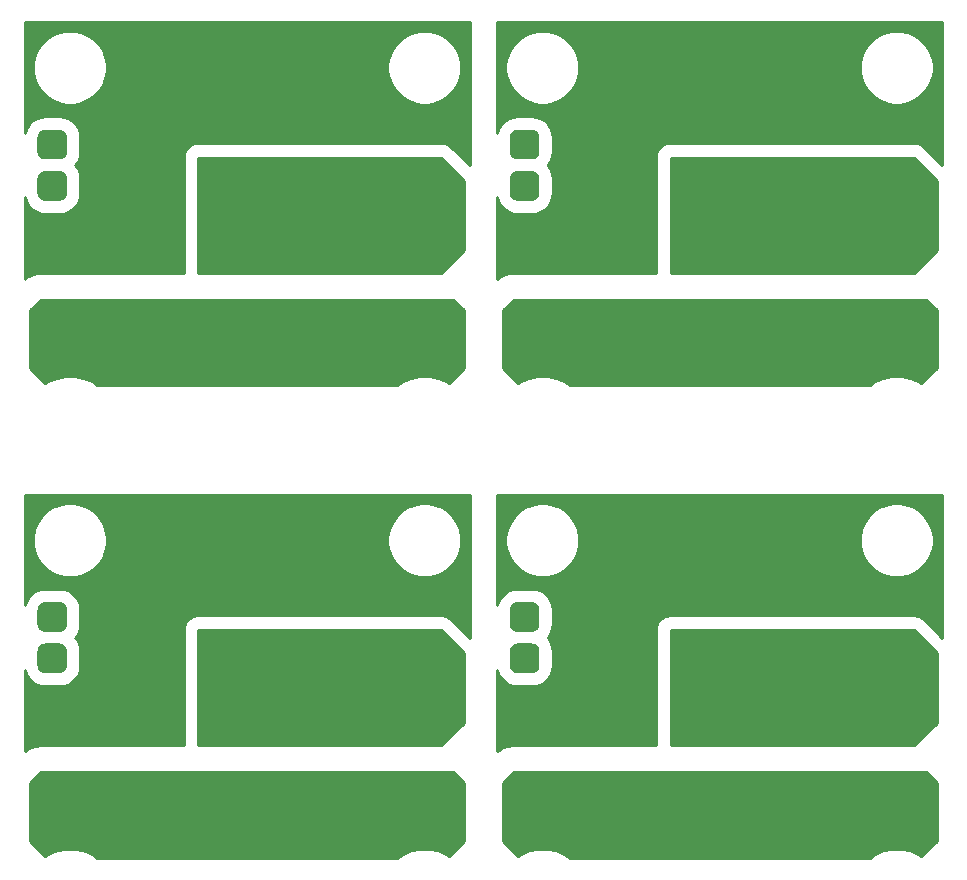
<source format=gbr>
G04 #@! TF.GenerationSoftware,KiCad,Pcbnew,(5.1.5)-3*
G04 #@! TF.CreationDate,2019-12-17T16:33:14+01:00*
G04 #@! TF.ProjectId,Copper,436f7070-6572-42e6-9b69-6361645f7063,rev?*
G04 #@! TF.SameCoordinates,Original*
G04 #@! TF.FileFunction,Copper,L2,Bot*
G04 #@! TF.FilePolarity,Positive*
%FSLAX46Y46*%
G04 Gerber Fmt 4.6, Leading zero omitted, Abs format (unit mm)*
G04 Created by KiCad (PCBNEW (5.1.5)-3) date 2019-12-17 16:33:14*
%MOMM*%
%LPD*%
G04 APERTURE LIST*
%ADD10C,1.500000*%
%ADD11C,0.100000*%
%ADD12O,3.500000X2.000000*%
%ADD13C,0.800000*%
%ADD14C,0.600000*%
%ADD15C,0.254000*%
G04 APERTURE END LIST*
D10*
X122000000Y-108500000D03*
X122000000Y-105000000D03*
G04 #@! TA.AperFunction,SMDPad,CuDef*
D11*
G36*
X122686261Y-103753010D02*
G01*
X122746931Y-103762009D01*
X122806428Y-103776912D01*
X122864177Y-103797575D01*
X122919623Y-103823799D01*
X122972231Y-103855331D01*
X123021496Y-103891868D01*
X123066942Y-103933058D01*
X123108132Y-103978504D01*
X123144669Y-104027769D01*
X123176201Y-104080377D01*
X123202425Y-104135823D01*
X123223088Y-104193572D01*
X123237991Y-104253069D01*
X123246990Y-104313739D01*
X123250000Y-104375000D01*
X123250000Y-105625000D01*
X123246990Y-105686261D01*
X123237991Y-105746931D01*
X123223088Y-105806428D01*
X123202425Y-105864177D01*
X123176201Y-105919623D01*
X123144669Y-105972231D01*
X123108132Y-106021496D01*
X123066942Y-106066942D01*
X123021496Y-106108132D01*
X122972231Y-106144669D01*
X122919623Y-106176201D01*
X122864177Y-106202425D01*
X122806428Y-106223088D01*
X122746931Y-106237991D01*
X122686261Y-106246990D01*
X122625000Y-106250000D01*
X121375000Y-106250000D01*
X121313739Y-106246990D01*
X121253069Y-106237991D01*
X121193572Y-106223088D01*
X121135823Y-106202425D01*
X121080377Y-106176201D01*
X121027769Y-106144669D01*
X120978504Y-106108132D01*
X120933058Y-106066942D01*
X120891868Y-106021496D01*
X120855331Y-105972231D01*
X120823799Y-105919623D01*
X120797575Y-105864177D01*
X120776912Y-105806428D01*
X120762009Y-105746931D01*
X120753010Y-105686261D01*
X120750000Y-105625000D01*
X120750000Y-104375000D01*
X120753010Y-104313739D01*
X120762009Y-104253069D01*
X120776912Y-104193572D01*
X120797575Y-104135823D01*
X120823799Y-104080377D01*
X120855331Y-104027769D01*
X120891868Y-103978504D01*
X120933058Y-103933058D01*
X120978504Y-103891868D01*
X121027769Y-103855331D01*
X121080377Y-103823799D01*
X121135823Y-103797575D01*
X121193572Y-103776912D01*
X121253069Y-103762009D01*
X121313739Y-103753010D01*
X121375000Y-103750000D01*
X122625000Y-103750000D01*
X122686261Y-103753010D01*
G37*
G04 #@! TD.AperFunction*
G04 #@! TA.AperFunction,SMDPad,CuDef*
G36*
X122686261Y-107253010D02*
G01*
X122746931Y-107262009D01*
X122806428Y-107276912D01*
X122864177Y-107297575D01*
X122919623Y-107323799D01*
X122972231Y-107355331D01*
X123021496Y-107391868D01*
X123066942Y-107433058D01*
X123108132Y-107478504D01*
X123144669Y-107527769D01*
X123176201Y-107580377D01*
X123202425Y-107635823D01*
X123223088Y-107693572D01*
X123237991Y-107753069D01*
X123246990Y-107813739D01*
X123250000Y-107875000D01*
X123250000Y-109125000D01*
X123246990Y-109186261D01*
X123237991Y-109246931D01*
X123223088Y-109306428D01*
X123202425Y-109364177D01*
X123176201Y-109419623D01*
X123144669Y-109472231D01*
X123108132Y-109521496D01*
X123066942Y-109566942D01*
X123021496Y-109608132D01*
X122972231Y-109644669D01*
X122919623Y-109676201D01*
X122864177Y-109702425D01*
X122806428Y-109723088D01*
X122746931Y-109737991D01*
X122686261Y-109746990D01*
X122625000Y-109750000D01*
X121375000Y-109750000D01*
X121313739Y-109746990D01*
X121253069Y-109737991D01*
X121193572Y-109723088D01*
X121135823Y-109702425D01*
X121080377Y-109676201D01*
X121027769Y-109644669D01*
X120978504Y-109608132D01*
X120933058Y-109566942D01*
X120891868Y-109521496D01*
X120855331Y-109472231D01*
X120823799Y-109419623D01*
X120797575Y-109364177D01*
X120776912Y-109306428D01*
X120762009Y-109246931D01*
X120753010Y-109186261D01*
X120750000Y-109125000D01*
X120750000Y-107875000D01*
X120753010Y-107813739D01*
X120762009Y-107753069D01*
X120776912Y-107693572D01*
X120797575Y-107635823D01*
X120823799Y-107580377D01*
X120855331Y-107527769D01*
X120891868Y-107478504D01*
X120933058Y-107433058D01*
X120978504Y-107391868D01*
X121027769Y-107355331D01*
X121080377Y-107323799D01*
X121135823Y-107297575D01*
X121193572Y-107276912D01*
X121253069Y-107262009D01*
X121313739Y-107253010D01*
X121375000Y-107250000D01*
X122625000Y-107250000D01*
X122686261Y-107253010D01*
G37*
G04 #@! TD.AperFunction*
D12*
X124000000Y-120080000D03*
X124000000Y-115000000D03*
X153000000Y-115000000D03*
X153000000Y-120080000D03*
D10*
X82000000Y-108500000D03*
X82000000Y-105000000D03*
G04 #@! TA.AperFunction,SMDPad,CuDef*
D11*
G36*
X82686261Y-103753010D02*
G01*
X82746931Y-103762009D01*
X82806428Y-103776912D01*
X82864177Y-103797575D01*
X82919623Y-103823799D01*
X82972231Y-103855331D01*
X83021496Y-103891868D01*
X83066942Y-103933058D01*
X83108132Y-103978504D01*
X83144669Y-104027769D01*
X83176201Y-104080377D01*
X83202425Y-104135823D01*
X83223088Y-104193572D01*
X83237991Y-104253069D01*
X83246990Y-104313739D01*
X83250000Y-104375000D01*
X83250000Y-105625000D01*
X83246990Y-105686261D01*
X83237991Y-105746931D01*
X83223088Y-105806428D01*
X83202425Y-105864177D01*
X83176201Y-105919623D01*
X83144669Y-105972231D01*
X83108132Y-106021496D01*
X83066942Y-106066942D01*
X83021496Y-106108132D01*
X82972231Y-106144669D01*
X82919623Y-106176201D01*
X82864177Y-106202425D01*
X82806428Y-106223088D01*
X82746931Y-106237991D01*
X82686261Y-106246990D01*
X82625000Y-106250000D01*
X81375000Y-106250000D01*
X81313739Y-106246990D01*
X81253069Y-106237991D01*
X81193572Y-106223088D01*
X81135823Y-106202425D01*
X81080377Y-106176201D01*
X81027769Y-106144669D01*
X80978504Y-106108132D01*
X80933058Y-106066942D01*
X80891868Y-106021496D01*
X80855331Y-105972231D01*
X80823799Y-105919623D01*
X80797575Y-105864177D01*
X80776912Y-105806428D01*
X80762009Y-105746931D01*
X80753010Y-105686261D01*
X80750000Y-105625000D01*
X80750000Y-104375000D01*
X80753010Y-104313739D01*
X80762009Y-104253069D01*
X80776912Y-104193572D01*
X80797575Y-104135823D01*
X80823799Y-104080377D01*
X80855331Y-104027769D01*
X80891868Y-103978504D01*
X80933058Y-103933058D01*
X80978504Y-103891868D01*
X81027769Y-103855331D01*
X81080377Y-103823799D01*
X81135823Y-103797575D01*
X81193572Y-103776912D01*
X81253069Y-103762009D01*
X81313739Y-103753010D01*
X81375000Y-103750000D01*
X82625000Y-103750000D01*
X82686261Y-103753010D01*
G37*
G04 #@! TD.AperFunction*
G04 #@! TA.AperFunction,SMDPad,CuDef*
G36*
X82686261Y-107253010D02*
G01*
X82746931Y-107262009D01*
X82806428Y-107276912D01*
X82864177Y-107297575D01*
X82919623Y-107323799D01*
X82972231Y-107355331D01*
X83021496Y-107391868D01*
X83066942Y-107433058D01*
X83108132Y-107478504D01*
X83144669Y-107527769D01*
X83176201Y-107580377D01*
X83202425Y-107635823D01*
X83223088Y-107693572D01*
X83237991Y-107753069D01*
X83246990Y-107813739D01*
X83250000Y-107875000D01*
X83250000Y-109125000D01*
X83246990Y-109186261D01*
X83237991Y-109246931D01*
X83223088Y-109306428D01*
X83202425Y-109364177D01*
X83176201Y-109419623D01*
X83144669Y-109472231D01*
X83108132Y-109521496D01*
X83066942Y-109566942D01*
X83021496Y-109608132D01*
X82972231Y-109644669D01*
X82919623Y-109676201D01*
X82864177Y-109702425D01*
X82806428Y-109723088D01*
X82746931Y-109737991D01*
X82686261Y-109746990D01*
X82625000Y-109750000D01*
X81375000Y-109750000D01*
X81313739Y-109746990D01*
X81253069Y-109737991D01*
X81193572Y-109723088D01*
X81135823Y-109702425D01*
X81080377Y-109676201D01*
X81027769Y-109644669D01*
X80978504Y-109608132D01*
X80933058Y-109566942D01*
X80891868Y-109521496D01*
X80855331Y-109472231D01*
X80823799Y-109419623D01*
X80797575Y-109364177D01*
X80776912Y-109306428D01*
X80762009Y-109246931D01*
X80753010Y-109186261D01*
X80750000Y-109125000D01*
X80750000Y-107875000D01*
X80753010Y-107813739D01*
X80762009Y-107753069D01*
X80776912Y-107693572D01*
X80797575Y-107635823D01*
X80823799Y-107580377D01*
X80855331Y-107527769D01*
X80891868Y-107478504D01*
X80933058Y-107433058D01*
X80978504Y-107391868D01*
X81027769Y-107355331D01*
X81080377Y-107323799D01*
X81135823Y-107297575D01*
X81193572Y-107276912D01*
X81253069Y-107262009D01*
X81313739Y-107253010D01*
X81375000Y-107250000D01*
X82625000Y-107250000D01*
X82686261Y-107253010D01*
G37*
G04 #@! TD.AperFunction*
D12*
X84000000Y-120080000D03*
X84000000Y-115000000D03*
X113000000Y-115000000D03*
X113000000Y-120080000D03*
D10*
X122000000Y-148500000D03*
X122000000Y-145000000D03*
G04 #@! TA.AperFunction,SMDPad,CuDef*
D11*
G36*
X122686261Y-143753010D02*
G01*
X122746931Y-143762009D01*
X122806428Y-143776912D01*
X122864177Y-143797575D01*
X122919623Y-143823799D01*
X122972231Y-143855331D01*
X123021496Y-143891868D01*
X123066942Y-143933058D01*
X123108132Y-143978504D01*
X123144669Y-144027769D01*
X123176201Y-144080377D01*
X123202425Y-144135823D01*
X123223088Y-144193572D01*
X123237991Y-144253069D01*
X123246990Y-144313739D01*
X123250000Y-144375000D01*
X123250000Y-145625000D01*
X123246990Y-145686261D01*
X123237991Y-145746931D01*
X123223088Y-145806428D01*
X123202425Y-145864177D01*
X123176201Y-145919623D01*
X123144669Y-145972231D01*
X123108132Y-146021496D01*
X123066942Y-146066942D01*
X123021496Y-146108132D01*
X122972231Y-146144669D01*
X122919623Y-146176201D01*
X122864177Y-146202425D01*
X122806428Y-146223088D01*
X122746931Y-146237991D01*
X122686261Y-146246990D01*
X122625000Y-146250000D01*
X121375000Y-146250000D01*
X121313739Y-146246990D01*
X121253069Y-146237991D01*
X121193572Y-146223088D01*
X121135823Y-146202425D01*
X121080377Y-146176201D01*
X121027769Y-146144669D01*
X120978504Y-146108132D01*
X120933058Y-146066942D01*
X120891868Y-146021496D01*
X120855331Y-145972231D01*
X120823799Y-145919623D01*
X120797575Y-145864177D01*
X120776912Y-145806428D01*
X120762009Y-145746931D01*
X120753010Y-145686261D01*
X120750000Y-145625000D01*
X120750000Y-144375000D01*
X120753010Y-144313739D01*
X120762009Y-144253069D01*
X120776912Y-144193572D01*
X120797575Y-144135823D01*
X120823799Y-144080377D01*
X120855331Y-144027769D01*
X120891868Y-143978504D01*
X120933058Y-143933058D01*
X120978504Y-143891868D01*
X121027769Y-143855331D01*
X121080377Y-143823799D01*
X121135823Y-143797575D01*
X121193572Y-143776912D01*
X121253069Y-143762009D01*
X121313739Y-143753010D01*
X121375000Y-143750000D01*
X122625000Y-143750000D01*
X122686261Y-143753010D01*
G37*
G04 #@! TD.AperFunction*
G04 #@! TA.AperFunction,SMDPad,CuDef*
G36*
X122686261Y-147253010D02*
G01*
X122746931Y-147262009D01*
X122806428Y-147276912D01*
X122864177Y-147297575D01*
X122919623Y-147323799D01*
X122972231Y-147355331D01*
X123021496Y-147391868D01*
X123066942Y-147433058D01*
X123108132Y-147478504D01*
X123144669Y-147527769D01*
X123176201Y-147580377D01*
X123202425Y-147635823D01*
X123223088Y-147693572D01*
X123237991Y-147753069D01*
X123246990Y-147813739D01*
X123250000Y-147875000D01*
X123250000Y-149125000D01*
X123246990Y-149186261D01*
X123237991Y-149246931D01*
X123223088Y-149306428D01*
X123202425Y-149364177D01*
X123176201Y-149419623D01*
X123144669Y-149472231D01*
X123108132Y-149521496D01*
X123066942Y-149566942D01*
X123021496Y-149608132D01*
X122972231Y-149644669D01*
X122919623Y-149676201D01*
X122864177Y-149702425D01*
X122806428Y-149723088D01*
X122746931Y-149737991D01*
X122686261Y-149746990D01*
X122625000Y-149750000D01*
X121375000Y-149750000D01*
X121313739Y-149746990D01*
X121253069Y-149737991D01*
X121193572Y-149723088D01*
X121135823Y-149702425D01*
X121080377Y-149676201D01*
X121027769Y-149644669D01*
X120978504Y-149608132D01*
X120933058Y-149566942D01*
X120891868Y-149521496D01*
X120855331Y-149472231D01*
X120823799Y-149419623D01*
X120797575Y-149364177D01*
X120776912Y-149306428D01*
X120762009Y-149246931D01*
X120753010Y-149186261D01*
X120750000Y-149125000D01*
X120750000Y-147875000D01*
X120753010Y-147813739D01*
X120762009Y-147753069D01*
X120776912Y-147693572D01*
X120797575Y-147635823D01*
X120823799Y-147580377D01*
X120855331Y-147527769D01*
X120891868Y-147478504D01*
X120933058Y-147433058D01*
X120978504Y-147391868D01*
X121027769Y-147355331D01*
X121080377Y-147323799D01*
X121135823Y-147297575D01*
X121193572Y-147276912D01*
X121253069Y-147262009D01*
X121313739Y-147253010D01*
X121375000Y-147250000D01*
X122625000Y-147250000D01*
X122686261Y-147253010D01*
G37*
G04 #@! TD.AperFunction*
D12*
X124000000Y-160080000D03*
X124000000Y-155000000D03*
X153000000Y-155000000D03*
X153000000Y-160080000D03*
G04 #@! TA.AperFunction,SMDPad,CuDef*
D11*
G36*
X82686261Y-147253010D02*
G01*
X82746931Y-147262009D01*
X82806428Y-147276912D01*
X82864177Y-147297575D01*
X82919623Y-147323799D01*
X82972231Y-147355331D01*
X83021496Y-147391868D01*
X83066942Y-147433058D01*
X83108132Y-147478504D01*
X83144669Y-147527769D01*
X83176201Y-147580377D01*
X83202425Y-147635823D01*
X83223088Y-147693572D01*
X83237991Y-147753069D01*
X83246990Y-147813739D01*
X83250000Y-147875000D01*
X83250000Y-149125000D01*
X83246990Y-149186261D01*
X83237991Y-149246931D01*
X83223088Y-149306428D01*
X83202425Y-149364177D01*
X83176201Y-149419623D01*
X83144669Y-149472231D01*
X83108132Y-149521496D01*
X83066942Y-149566942D01*
X83021496Y-149608132D01*
X82972231Y-149644669D01*
X82919623Y-149676201D01*
X82864177Y-149702425D01*
X82806428Y-149723088D01*
X82746931Y-149737991D01*
X82686261Y-149746990D01*
X82625000Y-149750000D01*
X81375000Y-149750000D01*
X81313739Y-149746990D01*
X81253069Y-149737991D01*
X81193572Y-149723088D01*
X81135823Y-149702425D01*
X81080377Y-149676201D01*
X81027769Y-149644669D01*
X80978504Y-149608132D01*
X80933058Y-149566942D01*
X80891868Y-149521496D01*
X80855331Y-149472231D01*
X80823799Y-149419623D01*
X80797575Y-149364177D01*
X80776912Y-149306428D01*
X80762009Y-149246931D01*
X80753010Y-149186261D01*
X80750000Y-149125000D01*
X80750000Y-147875000D01*
X80753010Y-147813739D01*
X80762009Y-147753069D01*
X80776912Y-147693572D01*
X80797575Y-147635823D01*
X80823799Y-147580377D01*
X80855331Y-147527769D01*
X80891868Y-147478504D01*
X80933058Y-147433058D01*
X80978504Y-147391868D01*
X81027769Y-147355331D01*
X81080377Y-147323799D01*
X81135823Y-147297575D01*
X81193572Y-147276912D01*
X81253069Y-147262009D01*
X81313739Y-147253010D01*
X81375000Y-147250000D01*
X82625000Y-147250000D01*
X82686261Y-147253010D01*
G37*
G04 #@! TD.AperFunction*
G04 #@! TA.AperFunction,SMDPad,CuDef*
G36*
X82686261Y-143753010D02*
G01*
X82746931Y-143762009D01*
X82806428Y-143776912D01*
X82864177Y-143797575D01*
X82919623Y-143823799D01*
X82972231Y-143855331D01*
X83021496Y-143891868D01*
X83066942Y-143933058D01*
X83108132Y-143978504D01*
X83144669Y-144027769D01*
X83176201Y-144080377D01*
X83202425Y-144135823D01*
X83223088Y-144193572D01*
X83237991Y-144253069D01*
X83246990Y-144313739D01*
X83250000Y-144375000D01*
X83250000Y-145625000D01*
X83246990Y-145686261D01*
X83237991Y-145746931D01*
X83223088Y-145806428D01*
X83202425Y-145864177D01*
X83176201Y-145919623D01*
X83144669Y-145972231D01*
X83108132Y-146021496D01*
X83066942Y-146066942D01*
X83021496Y-146108132D01*
X82972231Y-146144669D01*
X82919623Y-146176201D01*
X82864177Y-146202425D01*
X82806428Y-146223088D01*
X82746931Y-146237991D01*
X82686261Y-146246990D01*
X82625000Y-146250000D01*
X81375000Y-146250000D01*
X81313739Y-146246990D01*
X81253069Y-146237991D01*
X81193572Y-146223088D01*
X81135823Y-146202425D01*
X81080377Y-146176201D01*
X81027769Y-146144669D01*
X80978504Y-146108132D01*
X80933058Y-146066942D01*
X80891868Y-146021496D01*
X80855331Y-145972231D01*
X80823799Y-145919623D01*
X80797575Y-145864177D01*
X80776912Y-145806428D01*
X80762009Y-145746931D01*
X80753010Y-145686261D01*
X80750000Y-145625000D01*
X80750000Y-144375000D01*
X80753010Y-144313739D01*
X80762009Y-144253069D01*
X80776912Y-144193572D01*
X80797575Y-144135823D01*
X80823799Y-144080377D01*
X80855331Y-144027769D01*
X80891868Y-143978504D01*
X80933058Y-143933058D01*
X80978504Y-143891868D01*
X81027769Y-143855331D01*
X81080377Y-143823799D01*
X81135823Y-143797575D01*
X81193572Y-143776912D01*
X81253069Y-143762009D01*
X81313739Y-143753010D01*
X81375000Y-143750000D01*
X82625000Y-143750000D01*
X82686261Y-143753010D01*
G37*
G04 #@! TD.AperFunction*
D10*
X82000000Y-145000000D03*
X82000000Y-148500000D03*
D12*
X84000000Y-155000000D03*
X84000000Y-160080000D03*
X113000000Y-160080000D03*
X113000000Y-155000000D03*
D13*
X145750000Y-141500000D03*
X145750000Y-142500000D03*
X146750000Y-143500000D03*
X146750000Y-142500000D03*
X146750000Y-141500000D03*
X139250000Y-140500000D03*
X135250000Y-143500000D03*
X139250000Y-142000000D03*
X135250000Y-142000000D03*
X135250000Y-140500000D03*
X134250000Y-140500000D03*
X145750000Y-143500000D03*
X134250000Y-142000000D03*
X134250000Y-143500000D03*
X139250000Y-143500000D03*
D14*
X147500000Y-136250000D03*
X146750000Y-136250000D03*
D13*
X139750000Y-153000000D03*
X141750000Y-153000000D03*
X143750000Y-151000000D03*
X143750000Y-153000000D03*
X135750000Y-155000000D03*
X135750000Y-151000000D03*
X137750000Y-151000000D03*
X139750000Y-151000000D03*
X141750000Y-151000000D03*
X135750000Y-153000000D03*
X137750000Y-153000000D03*
X141750000Y-155000000D03*
X137750000Y-155000000D03*
X139750000Y-155000000D03*
X143750000Y-155000000D03*
X105750000Y-101500000D03*
X105750000Y-102500000D03*
X106750000Y-103500000D03*
X106750000Y-102500000D03*
X106750000Y-101500000D03*
X99250000Y-100500000D03*
X95250000Y-103500000D03*
X99250000Y-102000000D03*
X95250000Y-102000000D03*
X95250000Y-100500000D03*
X94250000Y-100500000D03*
X105750000Y-103500000D03*
X94250000Y-102000000D03*
X94250000Y-103500000D03*
X99250000Y-103500000D03*
D14*
X107500000Y-96250000D03*
X106750000Y-96250000D03*
D13*
X99750000Y-113000000D03*
X101750000Y-113000000D03*
X103750000Y-111000000D03*
X103750000Y-113000000D03*
X95750000Y-115000000D03*
X95750000Y-111000000D03*
X97750000Y-111000000D03*
X99750000Y-111000000D03*
X101750000Y-111000000D03*
X95750000Y-113000000D03*
X97750000Y-113000000D03*
X101750000Y-115000000D03*
X97750000Y-115000000D03*
X99750000Y-115000000D03*
X103750000Y-115000000D03*
X145750000Y-101500000D03*
X145750000Y-102500000D03*
X146750000Y-103500000D03*
X146750000Y-102500000D03*
X146750000Y-101500000D03*
X139250000Y-100500000D03*
X135250000Y-103500000D03*
X139250000Y-102000000D03*
X135250000Y-102000000D03*
X135250000Y-100500000D03*
X134250000Y-100500000D03*
X145750000Y-103500000D03*
X134250000Y-102000000D03*
X134250000Y-103500000D03*
X139250000Y-103500000D03*
D14*
X147500000Y-96250000D03*
X146750000Y-96250000D03*
D13*
X139750000Y-113000000D03*
X141750000Y-113000000D03*
X143750000Y-111000000D03*
X143750000Y-113000000D03*
X135750000Y-115000000D03*
X135750000Y-111000000D03*
X137750000Y-111000000D03*
X139750000Y-111000000D03*
X141750000Y-111000000D03*
X135750000Y-113000000D03*
X137750000Y-113000000D03*
X141750000Y-115000000D03*
X137750000Y-115000000D03*
X139750000Y-115000000D03*
X143750000Y-115000000D03*
X105750000Y-141500000D03*
X105750000Y-142500000D03*
X105750000Y-143500000D03*
X106750000Y-143500000D03*
X106750000Y-142500000D03*
X106750000Y-141500000D03*
X99250000Y-140500000D03*
X99250000Y-142000000D03*
X99250000Y-143500000D03*
X95250000Y-143500000D03*
X95250000Y-142000000D03*
X95250000Y-140500000D03*
X94250000Y-140500000D03*
X94250000Y-142000000D03*
X94250000Y-143500000D03*
D14*
X106750000Y-136250000D03*
X107500000Y-136250000D03*
D13*
X95750000Y-151000000D03*
X97750000Y-151000000D03*
X99750000Y-151000000D03*
X101750000Y-151000000D03*
X95750000Y-153000000D03*
X97750000Y-153000000D03*
X99750000Y-153000000D03*
X101750000Y-153000000D03*
X103750000Y-151000000D03*
X103750000Y-153000000D03*
X95750000Y-155000000D03*
X97750000Y-155000000D03*
X99750000Y-155000000D03*
X101750000Y-155000000D03*
X103750000Y-155000000D03*
D15*
G36*
X116873000Y-159052606D02*
G01*
X116873000Y-163947394D01*
X115588039Y-165232355D01*
X115336448Y-165064247D01*
X114630879Y-164771991D01*
X113881851Y-164623000D01*
X113118149Y-164623000D01*
X112369121Y-164771991D01*
X111663552Y-165064247D01*
X111201471Y-165373000D01*
X85798529Y-165373000D01*
X85336448Y-165064247D01*
X84630879Y-164771991D01*
X83881851Y-164623000D01*
X83118149Y-164623000D01*
X82369121Y-164771991D01*
X81663552Y-165064247D01*
X81411961Y-165232355D01*
X80127000Y-163947394D01*
X80127000Y-159052606D01*
X81052606Y-158127000D01*
X115947394Y-158127000D01*
X116873000Y-159052606D01*
G37*
X116873000Y-159052606D02*
X116873000Y-163947394D01*
X115588039Y-165232355D01*
X115336448Y-165064247D01*
X114630879Y-164771991D01*
X113881851Y-164623000D01*
X113118149Y-164623000D01*
X112369121Y-164771991D01*
X111663552Y-165064247D01*
X111201471Y-165373000D01*
X85798529Y-165373000D01*
X85336448Y-165064247D01*
X84630879Y-164771991D01*
X83881851Y-164623000D01*
X83118149Y-164623000D01*
X82369121Y-164771991D01*
X81663552Y-165064247D01*
X81411961Y-165232355D01*
X80127000Y-163947394D01*
X80127000Y-159052606D01*
X81052606Y-158127000D01*
X115947394Y-158127000D01*
X116873000Y-159052606D01*
G36*
X116873000Y-148052606D02*
G01*
X116873000Y-153947394D01*
X114947394Y-155873000D01*
X94377000Y-155873000D01*
X94377000Y-146127000D01*
X114947394Y-146127000D01*
X116873000Y-148052606D01*
G37*
X116873000Y-148052606D02*
X116873000Y-153947394D01*
X114947394Y-155873000D01*
X94377000Y-155873000D01*
X94377000Y-146127000D01*
X114947394Y-146127000D01*
X116873000Y-148052606D01*
G36*
X117348000Y-146754182D02*
G01*
X115796909Y-145203091D01*
X115626128Y-145062934D01*
X115431284Y-144958788D01*
X115219867Y-144894655D01*
X115000000Y-144873000D01*
X94250000Y-144873000D01*
X94030133Y-144894655D01*
X93818716Y-144958788D01*
X93623872Y-145062934D01*
X93453091Y-145203091D01*
X93312934Y-145373872D01*
X93208788Y-145568716D01*
X93144655Y-145780133D01*
X93123000Y-146000000D01*
X93123000Y-155873000D01*
X81000000Y-155873000D01*
X80585043Y-155913870D01*
X80186032Y-156034908D01*
X79818302Y-156231464D01*
X79652000Y-156367945D01*
X79652000Y-149470117D01*
X79751325Y-149797548D01*
X79913731Y-150101389D01*
X80132293Y-150367707D01*
X80398611Y-150586269D01*
X80702452Y-150748675D01*
X81032138Y-150848684D01*
X81375000Y-150882453D01*
X82625000Y-150882453D01*
X82967862Y-150848684D01*
X83297548Y-150748675D01*
X83601389Y-150586269D01*
X83867707Y-150367707D01*
X84086269Y-150101389D01*
X84248675Y-149797548D01*
X84348684Y-149467862D01*
X84382453Y-149125000D01*
X84382453Y-147875000D01*
X84348684Y-147532138D01*
X84248675Y-147202452D01*
X84086269Y-146898611D01*
X83964307Y-146750000D01*
X84086269Y-146601389D01*
X84248675Y-146297548D01*
X84348684Y-145967862D01*
X84382453Y-145625000D01*
X84382453Y-144375000D01*
X84348684Y-144032138D01*
X84248675Y-143702452D01*
X84086269Y-143398611D01*
X83867707Y-143132293D01*
X83601389Y-142913731D01*
X83297548Y-142751325D01*
X82967862Y-142651316D01*
X82625000Y-142617547D01*
X81375000Y-142617547D01*
X81032138Y-142651316D01*
X80702452Y-142751325D01*
X80398611Y-142913731D01*
X80132293Y-143132293D01*
X79913731Y-143398611D01*
X79751325Y-143702452D01*
X79652000Y-144029883D01*
X79652000Y-138192017D01*
X80373000Y-138192017D01*
X80373000Y-138807983D01*
X80493169Y-139412112D01*
X80728889Y-139981190D01*
X81071101Y-140493346D01*
X81506654Y-140928899D01*
X82018810Y-141271111D01*
X82587888Y-141506831D01*
X83192017Y-141627000D01*
X83807983Y-141627000D01*
X84412112Y-141506831D01*
X84981190Y-141271111D01*
X85493346Y-140928899D01*
X85928899Y-140493346D01*
X86271111Y-139981190D01*
X86506831Y-139412112D01*
X86627000Y-138807983D01*
X86627000Y-138192017D01*
X110373000Y-138192017D01*
X110373000Y-138807983D01*
X110493169Y-139412112D01*
X110728889Y-139981190D01*
X111071101Y-140493346D01*
X111506654Y-140928899D01*
X112018810Y-141271111D01*
X112587888Y-141506831D01*
X113192017Y-141627000D01*
X113807983Y-141627000D01*
X114412112Y-141506831D01*
X114981190Y-141271111D01*
X115493346Y-140928899D01*
X115928899Y-140493346D01*
X116271111Y-139981190D01*
X116506831Y-139412112D01*
X116627000Y-138807983D01*
X116627000Y-138192017D01*
X116506831Y-137587888D01*
X116271111Y-137018810D01*
X115928899Y-136506654D01*
X115493346Y-136071101D01*
X114981190Y-135728889D01*
X114412112Y-135493169D01*
X113807983Y-135373000D01*
X113192017Y-135373000D01*
X112587888Y-135493169D01*
X112018810Y-135728889D01*
X111506654Y-136071101D01*
X111071101Y-136506654D01*
X110728889Y-137018810D01*
X110493169Y-137587888D01*
X110373000Y-138192017D01*
X86627000Y-138192017D01*
X86506831Y-137587888D01*
X86271111Y-137018810D01*
X85928899Y-136506654D01*
X85493346Y-136071101D01*
X84981190Y-135728889D01*
X84412112Y-135493169D01*
X83807983Y-135373000D01*
X83192017Y-135373000D01*
X82587888Y-135493169D01*
X82018810Y-135728889D01*
X81506654Y-136071101D01*
X81071101Y-136506654D01*
X80728889Y-137018810D01*
X80493169Y-137587888D01*
X80373000Y-138192017D01*
X79652000Y-138192017D01*
X79652000Y-134652000D01*
X117348000Y-134652000D01*
X117348000Y-146754182D01*
G37*
X117348000Y-146754182D02*
X115796909Y-145203091D01*
X115626128Y-145062934D01*
X115431284Y-144958788D01*
X115219867Y-144894655D01*
X115000000Y-144873000D01*
X94250000Y-144873000D01*
X94030133Y-144894655D01*
X93818716Y-144958788D01*
X93623872Y-145062934D01*
X93453091Y-145203091D01*
X93312934Y-145373872D01*
X93208788Y-145568716D01*
X93144655Y-145780133D01*
X93123000Y-146000000D01*
X93123000Y-155873000D01*
X81000000Y-155873000D01*
X80585043Y-155913870D01*
X80186032Y-156034908D01*
X79818302Y-156231464D01*
X79652000Y-156367945D01*
X79652000Y-149470117D01*
X79751325Y-149797548D01*
X79913731Y-150101389D01*
X80132293Y-150367707D01*
X80398611Y-150586269D01*
X80702452Y-150748675D01*
X81032138Y-150848684D01*
X81375000Y-150882453D01*
X82625000Y-150882453D01*
X82967862Y-150848684D01*
X83297548Y-150748675D01*
X83601389Y-150586269D01*
X83867707Y-150367707D01*
X84086269Y-150101389D01*
X84248675Y-149797548D01*
X84348684Y-149467862D01*
X84382453Y-149125000D01*
X84382453Y-147875000D01*
X84348684Y-147532138D01*
X84248675Y-147202452D01*
X84086269Y-146898611D01*
X83964307Y-146750000D01*
X84086269Y-146601389D01*
X84248675Y-146297548D01*
X84348684Y-145967862D01*
X84382453Y-145625000D01*
X84382453Y-144375000D01*
X84348684Y-144032138D01*
X84248675Y-143702452D01*
X84086269Y-143398611D01*
X83867707Y-143132293D01*
X83601389Y-142913731D01*
X83297548Y-142751325D01*
X82967862Y-142651316D01*
X82625000Y-142617547D01*
X81375000Y-142617547D01*
X81032138Y-142651316D01*
X80702452Y-142751325D01*
X80398611Y-142913731D01*
X80132293Y-143132293D01*
X79913731Y-143398611D01*
X79751325Y-143702452D01*
X79652000Y-144029883D01*
X79652000Y-138192017D01*
X80373000Y-138192017D01*
X80373000Y-138807983D01*
X80493169Y-139412112D01*
X80728889Y-139981190D01*
X81071101Y-140493346D01*
X81506654Y-140928899D01*
X82018810Y-141271111D01*
X82587888Y-141506831D01*
X83192017Y-141627000D01*
X83807983Y-141627000D01*
X84412112Y-141506831D01*
X84981190Y-141271111D01*
X85493346Y-140928899D01*
X85928899Y-140493346D01*
X86271111Y-139981190D01*
X86506831Y-139412112D01*
X86627000Y-138807983D01*
X86627000Y-138192017D01*
X110373000Y-138192017D01*
X110373000Y-138807983D01*
X110493169Y-139412112D01*
X110728889Y-139981190D01*
X111071101Y-140493346D01*
X111506654Y-140928899D01*
X112018810Y-141271111D01*
X112587888Y-141506831D01*
X113192017Y-141627000D01*
X113807983Y-141627000D01*
X114412112Y-141506831D01*
X114981190Y-141271111D01*
X115493346Y-140928899D01*
X115928899Y-140493346D01*
X116271111Y-139981190D01*
X116506831Y-139412112D01*
X116627000Y-138807983D01*
X116627000Y-138192017D01*
X116506831Y-137587888D01*
X116271111Y-137018810D01*
X115928899Y-136506654D01*
X115493346Y-136071101D01*
X114981190Y-135728889D01*
X114412112Y-135493169D01*
X113807983Y-135373000D01*
X113192017Y-135373000D01*
X112587888Y-135493169D01*
X112018810Y-135728889D01*
X111506654Y-136071101D01*
X111071101Y-136506654D01*
X110728889Y-137018810D01*
X110493169Y-137587888D01*
X110373000Y-138192017D01*
X86627000Y-138192017D01*
X86506831Y-137587888D01*
X86271111Y-137018810D01*
X85928899Y-136506654D01*
X85493346Y-136071101D01*
X84981190Y-135728889D01*
X84412112Y-135493169D01*
X83807983Y-135373000D01*
X83192017Y-135373000D01*
X82587888Y-135493169D01*
X82018810Y-135728889D01*
X81506654Y-136071101D01*
X81071101Y-136506654D01*
X80728889Y-137018810D01*
X80493169Y-137587888D01*
X80373000Y-138192017D01*
X79652000Y-138192017D01*
X79652000Y-134652000D01*
X117348000Y-134652000D01*
X117348000Y-146754182D01*
G36*
X156873000Y-148052606D02*
G01*
X156873000Y-153947394D01*
X154947394Y-155873000D01*
X134377000Y-155873000D01*
X134377000Y-146127000D01*
X154947394Y-146127000D01*
X156873000Y-148052606D01*
G37*
X156873000Y-148052606D02*
X156873000Y-153947394D01*
X154947394Y-155873000D01*
X134377000Y-155873000D01*
X134377000Y-146127000D01*
X154947394Y-146127000D01*
X156873000Y-148052606D01*
G36*
X157348000Y-146754182D02*
G01*
X155796909Y-145203091D01*
X155626128Y-145062934D01*
X155431284Y-144958788D01*
X155219867Y-144894655D01*
X155000000Y-144873000D01*
X134250000Y-144873000D01*
X134030133Y-144894655D01*
X133818716Y-144958788D01*
X133623872Y-145062934D01*
X133453091Y-145203091D01*
X133312934Y-145373872D01*
X133208788Y-145568716D01*
X133144655Y-145780133D01*
X133123000Y-146000000D01*
X133123000Y-155873000D01*
X121000000Y-155873000D01*
X120585043Y-155913870D01*
X120186032Y-156034908D01*
X119818302Y-156231464D01*
X119652000Y-156367945D01*
X119652000Y-149470117D01*
X119751325Y-149797548D01*
X119913731Y-150101389D01*
X120132293Y-150367707D01*
X120398611Y-150586269D01*
X120702452Y-150748675D01*
X121032138Y-150848684D01*
X121375000Y-150882453D01*
X122625000Y-150882453D01*
X122967862Y-150848684D01*
X123297548Y-150748675D01*
X123601389Y-150586269D01*
X123867707Y-150367707D01*
X124086269Y-150101389D01*
X124248675Y-149797548D01*
X124348684Y-149467862D01*
X124382453Y-149125000D01*
X124382453Y-147875000D01*
X124348684Y-147532138D01*
X124248675Y-147202452D01*
X124086269Y-146898611D01*
X123964307Y-146750000D01*
X124086269Y-146601389D01*
X124248675Y-146297548D01*
X124348684Y-145967862D01*
X124382453Y-145625000D01*
X124382453Y-144375000D01*
X124348684Y-144032138D01*
X124248675Y-143702452D01*
X124086269Y-143398611D01*
X123867707Y-143132293D01*
X123601389Y-142913731D01*
X123297548Y-142751325D01*
X122967862Y-142651316D01*
X122625000Y-142617547D01*
X121375000Y-142617547D01*
X121032138Y-142651316D01*
X120702452Y-142751325D01*
X120398611Y-142913731D01*
X120132293Y-143132293D01*
X119913731Y-143398611D01*
X119751325Y-143702452D01*
X119652000Y-144029883D01*
X119652000Y-138192017D01*
X120373000Y-138192017D01*
X120373000Y-138807983D01*
X120493169Y-139412112D01*
X120728889Y-139981190D01*
X121071101Y-140493346D01*
X121506654Y-140928899D01*
X122018810Y-141271111D01*
X122587888Y-141506831D01*
X123192017Y-141627000D01*
X123807983Y-141627000D01*
X124412112Y-141506831D01*
X124981190Y-141271111D01*
X125493346Y-140928899D01*
X125928899Y-140493346D01*
X126271111Y-139981190D01*
X126506831Y-139412112D01*
X126627000Y-138807983D01*
X126627000Y-138192017D01*
X150373000Y-138192017D01*
X150373000Y-138807983D01*
X150493169Y-139412112D01*
X150728889Y-139981190D01*
X151071101Y-140493346D01*
X151506654Y-140928899D01*
X152018810Y-141271111D01*
X152587888Y-141506831D01*
X153192017Y-141627000D01*
X153807983Y-141627000D01*
X154412112Y-141506831D01*
X154981190Y-141271111D01*
X155493346Y-140928899D01*
X155928899Y-140493346D01*
X156271111Y-139981190D01*
X156506831Y-139412112D01*
X156627000Y-138807983D01*
X156627000Y-138192017D01*
X156506831Y-137587888D01*
X156271111Y-137018810D01*
X155928899Y-136506654D01*
X155493346Y-136071101D01*
X154981190Y-135728889D01*
X154412112Y-135493169D01*
X153807983Y-135373000D01*
X153192017Y-135373000D01*
X152587888Y-135493169D01*
X152018810Y-135728889D01*
X151506654Y-136071101D01*
X151071101Y-136506654D01*
X150728889Y-137018810D01*
X150493169Y-137587888D01*
X150373000Y-138192017D01*
X126627000Y-138192017D01*
X126506831Y-137587888D01*
X126271111Y-137018810D01*
X125928899Y-136506654D01*
X125493346Y-136071101D01*
X124981190Y-135728889D01*
X124412112Y-135493169D01*
X123807983Y-135373000D01*
X123192017Y-135373000D01*
X122587888Y-135493169D01*
X122018810Y-135728889D01*
X121506654Y-136071101D01*
X121071101Y-136506654D01*
X120728889Y-137018810D01*
X120493169Y-137587888D01*
X120373000Y-138192017D01*
X119652000Y-138192017D01*
X119652000Y-134652000D01*
X157348000Y-134652000D01*
X157348000Y-146754182D01*
G37*
X157348000Y-146754182D02*
X155796909Y-145203091D01*
X155626128Y-145062934D01*
X155431284Y-144958788D01*
X155219867Y-144894655D01*
X155000000Y-144873000D01*
X134250000Y-144873000D01*
X134030133Y-144894655D01*
X133818716Y-144958788D01*
X133623872Y-145062934D01*
X133453091Y-145203091D01*
X133312934Y-145373872D01*
X133208788Y-145568716D01*
X133144655Y-145780133D01*
X133123000Y-146000000D01*
X133123000Y-155873000D01*
X121000000Y-155873000D01*
X120585043Y-155913870D01*
X120186032Y-156034908D01*
X119818302Y-156231464D01*
X119652000Y-156367945D01*
X119652000Y-149470117D01*
X119751325Y-149797548D01*
X119913731Y-150101389D01*
X120132293Y-150367707D01*
X120398611Y-150586269D01*
X120702452Y-150748675D01*
X121032138Y-150848684D01*
X121375000Y-150882453D01*
X122625000Y-150882453D01*
X122967862Y-150848684D01*
X123297548Y-150748675D01*
X123601389Y-150586269D01*
X123867707Y-150367707D01*
X124086269Y-150101389D01*
X124248675Y-149797548D01*
X124348684Y-149467862D01*
X124382453Y-149125000D01*
X124382453Y-147875000D01*
X124348684Y-147532138D01*
X124248675Y-147202452D01*
X124086269Y-146898611D01*
X123964307Y-146750000D01*
X124086269Y-146601389D01*
X124248675Y-146297548D01*
X124348684Y-145967862D01*
X124382453Y-145625000D01*
X124382453Y-144375000D01*
X124348684Y-144032138D01*
X124248675Y-143702452D01*
X124086269Y-143398611D01*
X123867707Y-143132293D01*
X123601389Y-142913731D01*
X123297548Y-142751325D01*
X122967862Y-142651316D01*
X122625000Y-142617547D01*
X121375000Y-142617547D01*
X121032138Y-142651316D01*
X120702452Y-142751325D01*
X120398611Y-142913731D01*
X120132293Y-143132293D01*
X119913731Y-143398611D01*
X119751325Y-143702452D01*
X119652000Y-144029883D01*
X119652000Y-138192017D01*
X120373000Y-138192017D01*
X120373000Y-138807983D01*
X120493169Y-139412112D01*
X120728889Y-139981190D01*
X121071101Y-140493346D01*
X121506654Y-140928899D01*
X122018810Y-141271111D01*
X122587888Y-141506831D01*
X123192017Y-141627000D01*
X123807983Y-141627000D01*
X124412112Y-141506831D01*
X124981190Y-141271111D01*
X125493346Y-140928899D01*
X125928899Y-140493346D01*
X126271111Y-139981190D01*
X126506831Y-139412112D01*
X126627000Y-138807983D01*
X126627000Y-138192017D01*
X150373000Y-138192017D01*
X150373000Y-138807983D01*
X150493169Y-139412112D01*
X150728889Y-139981190D01*
X151071101Y-140493346D01*
X151506654Y-140928899D01*
X152018810Y-141271111D01*
X152587888Y-141506831D01*
X153192017Y-141627000D01*
X153807983Y-141627000D01*
X154412112Y-141506831D01*
X154981190Y-141271111D01*
X155493346Y-140928899D01*
X155928899Y-140493346D01*
X156271111Y-139981190D01*
X156506831Y-139412112D01*
X156627000Y-138807983D01*
X156627000Y-138192017D01*
X156506831Y-137587888D01*
X156271111Y-137018810D01*
X155928899Y-136506654D01*
X155493346Y-136071101D01*
X154981190Y-135728889D01*
X154412112Y-135493169D01*
X153807983Y-135373000D01*
X153192017Y-135373000D01*
X152587888Y-135493169D01*
X152018810Y-135728889D01*
X151506654Y-136071101D01*
X151071101Y-136506654D01*
X150728889Y-137018810D01*
X150493169Y-137587888D01*
X150373000Y-138192017D01*
X126627000Y-138192017D01*
X126506831Y-137587888D01*
X126271111Y-137018810D01*
X125928899Y-136506654D01*
X125493346Y-136071101D01*
X124981190Y-135728889D01*
X124412112Y-135493169D01*
X123807983Y-135373000D01*
X123192017Y-135373000D01*
X122587888Y-135493169D01*
X122018810Y-135728889D01*
X121506654Y-136071101D01*
X121071101Y-136506654D01*
X120728889Y-137018810D01*
X120493169Y-137587888D01*
X120373000Y-138192017D01*
X119652000Y-138192017D01*
X119652000Y-134652000D01*
X157348000Y-134652000D01*
X157348000Y-146754182D01*
G36*
X156873000Y-159052606D02*
G01*
X156873000Y-163947394D01*
X155588039Y-165232355D01*
X155336448Y-165064247D01*
X154630879Y-164771991D01*
X153881851Y-164623000D01*
X153118149Y-164623000D01*
X152369121Y-164771991D01*
X151663552Y-165064247D01*
X151201471Y-165373000D01*
X125798529Y-165373000D01*
X125336448Y-165064247D01*
X124630879Y-164771991D01*
X123881851Y-164623000D01*
X123118149Y-164623000D01*
X122369121Y-164771991D01*
X121663552Y-165064247D01*
X121411961Y-165232355D01*
X120127000Y-163947394D01*
X120127000Y-159052606D01*
X121052606Y-158127000D01*
X155947394Y-158127000D01*
X156873000Y-159052606D01*
G37*
X156873000Y-159052606D02*
X156873000Y-163947394D01*
X155588039Y-165232355D01*
X155336448Y-165064247D01*
X154630879Y-164771991D01*
X153881851Y-164623000D01*
X153118149Y-164623000D01*
X152369121Y-164771991D01*
X151663552Y-165064247D01*
X151201471Y-165373000D01*
X125798529Y-165373000D01*
X125336448Y-165064247D01*
X124630879Y-164771991D01*
X123881851Y-164623000D01*
X123118149Y-164623000D01*
X122369121Y-164771991D01*
X121663552Y-165064247D01*
X121411961Y-165232355D01*
X120127000Y-163947394D01*
X120127000Y-159052606D01*
X121052606Y-158127000D01*
X155947394Y-158127000D01*
X156873000Y-159052606D01*
G36*
X116873000Y-108052606D02*
G01*
X116873000Y-113947394D01*
X114947394Y-115873000D01*
X94377000Y-115873000D01*
X94377000Y-106127000D01*
X114947394Y-106127000D01*
X116873000Y-108052606D01*
G37*
X116873000Y-108052606D02*
X116873000Y-113947394D01*
X114947394Y-115873000D01*
X94377000Y-115873000D01*
X94377000Y-106127000D01*
X114947394Y-106127000D01*
X116873000Y-108052606D01*
G36*
X117348000Y-106754182D02*
G01*
X115796909Y-105203091D01*
X115626128Y-105062934D01*
X115431284Y-104958788D01*
X115219867Y-104894655D01*
X115000000Y-104873000D01*
X94250000Y-104873000D01*
X94030133Y-104894655D01*
X93818716Y-104958788D01*
X93623872Y-105062934D01*
X93453091Y-105203091D01*
X93312934Y-105373872D01*
X93208788Y-105568716D01*
X93144655Y-105780133D01*
X93123000Y-106000000D01*
X93123000Y-115873000D01*
X81000000Y-115873000D01*
X80585043Y-115913870D01*
X80186032Y-116034908D01*
X79818302Y-116231464D01*
X79652000Y-116367945D01*
X79652000Y-109470117D01*
X79751325Y-109797548D01*
X79913731Y-110101389D01*
X80132293Y-110367707D01*
X80398611Y-110586269D01*
X80702452Y-110748675D01*
X81032138Y-110848684D01*
X81375000Y-110882453D01*
X82625000Y-110882453D01*
X82967862Y-110848684D01*
X83297548Y-110748675D01*
X83601389Y-110586269D01*
X83867707Y-110367707D01*
X84086269Y-110101389D01*
X84248675Y-109797548D01*
X84348684Y-109467862D01*
X84382453Y-109125000D01*
X84382453Y-107875000D01*
X84348684Y-107532138D01*
X84248675Y-107202452D01*
X84086269Y-106898611D01*
X83964307Y-106750000D01*
X84086269Y-106601389D01*
X84248675Y-106297548D01*
X84348684Y-105967862D01*
X84382453Y-105625000D01*
X84382453Y-104375000D01*
X84348684Y-104032138D01*
X84248675Y-103702452D01*
X84086269Y-103398611D01*
X83867707Y-103132293D01*
X83601389Y-102913731D01*
X83297548Y-102751325D01*
X82967862Y-102651316D01*
X82625000Y-102617547D01*
X81375000Y-102617547D01*
X81032138Y-102651316D01*
X80702452Y-102751325D01*
X80398611Y-102913731D01*
X80132293Y-103132293D01*
X79913731Y-103398611D01*
X79751325Y-103702452D01*
X79652000Y-104029883D01*
X79652000Y-98192017D01*
X80373000Y-98192017D01*
X80373000Y-98807983D01*
X80493169Y-99412112D01*
X80728889Y-99981190D01*
X81071101Y-100493346D01*
X81506654Y-100928899D01*
X82018810Y-101271111D01*
X82587888Y-101506831D01*
X83192017Y-101627000D01*
X83807983Y-101627000D01*
X84412112Y-101506831D01*
X84981190Y-101271111D01*
X85493346Y-100928899D01*
X85928899Y-100493346D01*
X86271111Y-99981190D01*
X86506831Y-99412112D01*
X86627000Y-98807983D01*
X86627000Y-98192017D01*
X110373000Y-98192017D01*
X110373000Y-98807983D01*
X110493169Y-99412112D01*
X110728889Y-99981190D01*
X111071101Y-100493346D01*
X111506654Y-100928899D01*
X112018810Y-101271111D01*
X112587888Y-101506831D01*
X113192017Y-101627000D01*
X113807983Y-101627000D01*
X114412112Y-101506831D01*
X114981190Y-101271111D01*
X115493346Y-100928899D01*
X115928899Y-100493346D01*
X116271111Y-99981190D01*
X116506831Y-99412112D01*
X116627000Y-98807983D01*
X116627000Y-98192017D01*
X116506831Y-97587888D01*
X116271111Y-97018810D01*
X115928899Y-96506654D01*
X115493346Y-96071101D01*
X114981190Y-95728889D01*
X114412112Y-95493169D01*
X113807983Y-95373000D01*
X113192017Y-95373000D01*
X112587888Y-95493169D01*
X112018810Y-95728889D01*
X111506654Y-96071101D01*
X111071101Y-96506654D01*
X110728889Y-97018810D01*
X110493169Y-97587888D01*
X110373000Y-98192017D01*
X86627000Y-98192017D01*
X86506831Y-97587888D01*
X86271111Y-97018810D01*
X85928899Y-96506654D01*
X85493346Y-96071101D01*
X84981190Y-95728889D01*
X84412112Y-95493169D01*
X83807983Y-95373000D01*
X83192017Y-95373000D01*
X82587888Y-95493169D01*
X82018810Y-95728889D01*
X81506654Y-96071101D01*
X81071101Y-96506654D01*
X80728889Y-97018810D01*
X80493169Y-97587888D01*
X80373000Y-98192017D01*
X79652000Y-98192017D01*
X79652000Y-94652000D01*
X117348000Y-94652000D01*
X117348000Y-106754182D01*
G37*
X117348000Y-106754182D02*
X115796909Y-105203091D01*
X115626128Y-105062934D01*
X115431284Y-104958788D01*
X115219867Y-104894655D01*
X115000000Y-104873000D01*
X94250000Y-104873000D01*
X94030133Y-104894655D01*
X93818716Y-104958788D01*
X93623872Y-105062934D01*
X93453091Y-105203091D01*
X93312934Y-105373872D01*
X93208788Y-105568716D01*
X93144655Y-105780133D01*
X93123000Y-106000000D01*
X93123000Y-115873000D01*
X81000000Y-115873000D01*
X80585043Y-115913870D01*
X80186032Y-116034908D01*
X79818302Y-116231464D01*
X79652000Y-116367945D01*
X79652000Y-109470117D01*
X79751325Y-109797548D01*
X79913731Y-110101389D01*
X80132293Y-110367707D01*
X80398611Y-110586269D01*
X80702452Y-110748675D01*
X81032138Y-110848684D01*
X81375000Y-110882453D01*
X82625000Y-110882453D01*
X82967862Y-110848684D01*
X83297548Y-110748675D01*
X83601389Y-110586269D01*
X83867707Y-110367707D01*
X84086269Y-110101389D01*
X84248675Y-109797548D01*
X84348684Y-109467862D01*
X84382453Y-109125000D01*
X84382453Y-107875000D01*
X84348684Y-107532138D01*
X84248675Y-107202452D01*
X84086269Y-106898611D01*
X83964307Y-106750000D01*
X84086269Y-106601389D01*
X84248675Y-106297548D01*
X84348684Y-105967862D01*
X84382453Y-105625000D01*
X84382453Y-104375000D01*
X84348684Y-104032138D01*
X84248675Y-103702452D01*
X84086269Y-103398611D01*
X83867707Y-103132293D01*
X83601389Y-102913731D01*
X83297548Y-102751325D01*
X82967862Y-102651316D01*
X82625000Y-102617547D01*
X81375000Y-102617547D01*
X81032138Y-102651316D01*
X80702452Y-102751325D01*
X80398611Y-102913731D01*
X80132293Y-103132293D01*
X79913731Y-103398611D01*
X79751325Y-103702452D01*
X79652000Y-104029883D01*
X79652000Y-98192017D01*
X80373000Y-98192017D01*
X80373000Y-98807983D01*
X80493169Y-99412112D01*
X80728889Y-99981190D01*
X81071101Y-100493346D01*
X81506654Y-100928899D01*
X82018810Y-101271111D01*
X82587888Y-101506831D01*
X83192017Y-101627000D01*
X83807983Y-101627000D01*
X84412112Y-101506831D01*
X84981190Y-101271111D01*
X85493346Y-100928899D01*
X85928899Y-100493346D01*
X86271111Y-99981190D01*
X86506831Y-99412112D01*
X86627000Y-98807983D01*
X86627000Y-98192017D01*
X110373000Y-98192017D01*
X110373000Y-98807983D01*
X110493169Y-99412112D01*
X110728889Y-99981190D01*
X111071101Y-100493346D01*
X111506654Y-100928899D01*
X112018810Y-101271111D01*
X112587888Y-101506831D01*
X113192017Y-101627000D01*
X113807983Y-101627000D01*
X114412112Y-101506831D01*
X114981190Y-101271111D01*
X115493346Y-100928899D01*
X115928899Y-100493346D01*
X116271111Y-99981190D01*
X116506831Y-99412112D01*
X116627000Y-98807983D01*
X116627000Y-98192017D01*
X116506831Y-97587888D01*
X116271111Y-97018810D01*
X115928899Y-96506654D01*
X115493346Y-96071101D01*
X114981190Y-95728889D01*
X114412112Y-95493169D01*
X113807983Y-95373000D01*
X113192017Y-95373000D01*
X112587888Y-95493169D01*
X112018810Y-95728889D01*
X111506654Y-96071101D01*
X111071101Y-96506654D01*
X110728889Y-97018810D01*
X110493169Y-97587888D01*
X110373000Y-98192017D01*
X86627000Y-98192017D01*
X86506831Y-97587888D01*
X86271111Y-97018810D01*
X85928899Y-96506654D01*
X85493346Y-96071101D01*
X84981190Y-95728889D01*
X84412112Y-95493169D01*
X83807983Y-95373000D01*
X83192017Y-95373000D01*
X82587888Y-95493169D01*
X82018810Y-95728889D01*
X81506654Y-96071101D01*
X81071101Y-96506654D01*
X80728889Y-97018810D01*
X80493169Y-97587888D01*
X80373000Y-98192017D01*
X79652000Y-98192017D01*
X79652000Y-94652000D01*
X117348000Y-94652000D01*
X117348000Y-106754182D01*
G36*
X116873000Y-119052606D02*
G01*
X116873000Y-123947394D01*
X115588039Y-125232355D01*
X115336448Y-125064247D01*
X114630879Y-124771991D01*
X113881851Y-124623000D01*
X113118149Y-124623000D01*
X112369121Y-124771991D01*
X111663552Y-125064247D01*
X111201471Y-125373000D01*
X85798529Y-125373000D01*
X85336448Y-125064247D01*
X84630879Y-124771991D01*
X83881851Y-124623000D01*
X83118149Y-124623000D01*
X82369121Y-124771991D01*
X81663552Y-125064247D01*
X81411961Y-125232355D01*
X80127000Y-123947394D01*
X80127000Y-119052606D01*
X81052606Y-118127000D01*
X115947394Y-118127000D01*
X116873000Y-119052606D01*
G37*
X116873000Y-119052606D02*
X116873000Y-123947394D01*
X115588039Y-125232355D01*
X115336448Y-125064247D01*
X114630879Y-124771991D01*
X113881851Y-124623000D01*
X113118149Y-124623000D01*
X112369121Y-124771991D01*
X111663552Y-125064247D01*
X111201471Y-125373000D01*
X85798529Y-125373000D01*
X85336448Y-125064247D01*
X84630879Y-124771991D01*
X83881851Y-124623000D01*
X83118149Y-124623000D01*
X82369121Y-124771991D01*
X81663552Y-125064247D01*
X81411961Y-125232355D01*
X80127000Y-123947394D01*
X80127000Y-119052606D01*
X81052606Y-118127000D01*
X115947394Y-118127000D01*
X116873000Y-119052606D01*
G36*
X156873000Y-108052606D02*
G01*
X156873000Y-113947394D01*
X154947394Y-115873000D01*
X134377000Y-115873000D01*
X134377000Y-106127000D01*
X154947394Y-106127000D01*
X156873000Y-108052606D01*
G37*
X156873000Y-108052606D02*
X156873000Y-113947394D01*
X154947394Y-115873000D01*
X134377000Y-115873000D01*
X134377000Y-106127000D01*
X154947394Y-106127000D01*
X156873000Y-108052606D01*
G36*
X157348000Y-106754182D02*
G01*
X155796909Y-105203091D01*
X155626128Y-105062934D01*
X155431284Y-104958788D01*
X155219867Y-104894655D01*
X155000000Y-104873000D01*
X134250000Y-104873000D01*
X134030133Y-104894655D01*
X133818716Y-104958788D01*
X133623872Y-105062934D01*
X133453091Y-105203091D01*
X133312934Y-105373872D01*
X133208788Y-105568716D01*
X133144655Y-105780133D01*
X133123000Y-106000000D01*
X133123000Y-115873000D01*
X121000000Y-115873000D01*
X120585043Y-115913870D01*
X120186032Y-116034908D01*
X119818302Y-116231464D01*
X119652000Y-116367945D01*
X119652000Y-109470117D01*
X119751325Y-109797548D01*
X119913731Y-110101389D01*
X120132293Y-110367707D01*
X120398611Y-110586269D01*
X120702452Y-110748675D01*
X121032138Y-110848684D01*
X121375000Y-110882453D01*
X122625000Y-110882453D01*
X122967862Y-110848684D01*
X123297548Y-110748675D01*
X123601389Y-110586269D01*
X123867707Y-110367707D01*
X124086269Y-110101389D01*
X124248675Y-109797548D01*
X124348684Y-109467862D01*
X124382453Y-109125000D01*
X124382453Y-107875000D01*
X124348684Y-107532138D01*
X124248675Y-107202452D01*
X124086269Y-106898611D01*
X123964307Y-106750000D01*
X124086269Y-106601389D01*
X124248675Y-106297548D01*
X124348684Y-105967862D01*
X124382453Y-105625000D01*
X124382453Y-104375000D01*
X124348684Y-104032138D01*
X124248675Y-103702452D01*
X124086269Y-103398611D01*
X123867707Y-103132293D01*
X123601389Y-102913731D01*
X123297548Y-102751325D01*
X122967862Y-102651316D01*
X122625000Y-102617547D01*
X121375000Y-102617547D01*
X121032138Y-102651316D01*
X120702452Y-102751325D01*
X120398611Y-102913731D01*
X120132293Y-103132293D01*
X119913731Y-103398611D01*
X119751325Y-103702452D01*
X119652000Y-104029883D01*
X119652000Y-98192017D01*
X120373000Y-98192017D01*
X120373000Y-98807983D01*
X120493169Y-99412112D01*
X120728889Y-99981190D01*
X121071101Y-100493346D01*
X121506654Y-100928899D01*
X122018810Y-101271111D01*
X122587888Y-101506831D01*
X123192017Y-101627000D01*
X123807983Y-101627000D01*
X124412112Y-101506831D01*
X124981190Y-101271111D01*
X125493346Y-100928899D01*
X125928899Y-100493346D01*
X126271111Y-99981190D01*
X126506831Y-99412112D01*
X126627000Y-98807983D01*
X126627000Y-98192017D01*
X150373000Y-98192017D01*
X150373000Y-98807983D01*
X150493169Y-99412112D01*
X150728889Y-99981190D01*
X151071101Y-100493346D01*
X151506654Y-100928899D01*
X152018810Y-101271111D01*
X152587888Y-101506831D01*
X153192017Y-101627000D01*
X153807983Y-101627000D01*
X154412112Y-101506831D01*
X154981190Y-101271111D01*
X155493346Y-100928899D01*
X155928899Y-100493346D01*
X156271111Y-99981190D01*
X156506831Y-99412112D01*
X156627000Y-98807983D01*
X156627000Y-98192017D01*
X156506831Y-97587888D01*
X156271111Y-97018810D01*
X155928899Y-96506654D01*
X155493346Y-96071101D01*
X154981190Y-95728889D01*
X154412112Y-95493169D01*
X153807983Y-95373000D01*
X153192017Y-95373000D01*
X152587888Y-95493169D01*
X152018810Y-95728889D01*
X151506654Y-96071101D01*
X151071101Y-96506654D01*
X150728889Y-97018810D01*
X150493169Y-97587888D01*
X150373000Y-98192017D01*
X126627000Y-98192017D01*
X126506831Y-97587888D01*
X126271111Y-97018810D01*
X125928899Y-96506654D01*
X125493346Y-96071101D01*
X124981190Y-95728889D01*
X124412112Y-95493169D01*
X123807983Y-95373000D01*
X123192017Y-95373000D01*
X122587888Y-95493169D01*
X122018810Y-95728889D01*
X121506654Y-96071101D01*
X121071101Y-96506654D01*
X120728889Y-97018810D01*
X120493169Y-97587888D01*
X120373000Y-98192017D01*
X119652000Y-98192017D01*
X119652000Y-94652000D01*
X157348000Y-94652000D01*
X157348000Y-106754182D01*
G37*
X157348000Y-106754182D02*
X155796909Y-105203091D01*
X155626128Y-105062934D01*
X155431284Y-104958788D01*
X155219867Y-104894655D01*
X155000000Y-104873000D01*
X134250000Y-104873000D01*
X134030133Y-104894655D01*
X133818716Y-104958788D01*
X133623872Y-105062934D01*
X133453091Y-105203091D01*
X133312934Y-105373872D01*
X133208788Y-105568716D01*
X133144655Y-105780133D01*
X133123000Y-106000000D01*
X133123000Y-115873000D01*
X121000000Y-115873000D01*
X120585043Y-115913870D01*
X120186032Y-116034908D01*
X119818302Y-116231464D01*
X119652000Y-116367945D01*
X119652000Y-109470117D01*
X119751325Y-109797548D01*
X119913731Y-110101389D01*
X120132293Y-110367707D01*
X120398611Y-110586269D01*
X120702452Y-110748675D01*
X121032138Y-110848684D01*
X121375000Y-110882453D01*
X122625000Y-110882453D01*
X122967862Y-110848684D01*
X123297548Y-110748675D01*
X123601389Y-110586269D01*
X123867707Y-110367707D01*
X124086269Y-110101389D01*
X124248675Y-109797548D01*
X124348684Y-109467862D01*
X124382453Y-109125000D01*
X124382453Y-107875000D01*
X124348684Y-107532138D01*
X124248675Y-107202452D01*
X124086269Y-106898611D01*
X123964307Y-106750000D01*
X124086269Y-106601389D01*
X124248675Y-106297548D01*
X124348684Y-105967862D01*
X124382453Y-105625000D01*
X124382453Y-104375000D01*
X124348684Y-104032138D01*
X124248675Y-103702452D01*
X124086269Y-103398611D01*
X123867707Y-103132293D01*
X123601389Y-102913731D01*
X123297548Y-102751325D01*
X122967862Y-102651316D01*
X122625000Y-102617547D01*
X121375000Y-102617547D01*
X121032138Y-102651316D01*
X120702452Y-102751325D01*
X120398611Y-102913731D01*
X120132293Y-103132293D01*
X119913731Y-103398611D01*
X119751325Y-103702452D01*
X119652000Y-104029883D01*
X119652000Y-98192017D01*
X120373000Y-98192017D01*
X120373000Y-98807983D01*
X120493169Y-99412112D01*
X120728889Y-99981190D01*
X121071101Y-100493346D01*
X121506654Y-100928899D01*
X122018810Y-101271111D01*
X122587888Y-101506831D01*
X123192017Y-101627000D01*
X123807983Y-101627000D01*
X124412112Y-101506831D01*
X124981190Y-101271111D01*
X125493346Y-100928899D01*
X125928899Y-100493346D01*
X126271111Y-99981190D01*
X126506831Y-99412112D01*
X126627000Y-98807983D01*
X126627000Y-98192017D01*
X150373000Y-98192017D01*
X150373000Y-98807983D01*
X150493169Y-99412112D01*
X150728889Y-99981190D01*
X151071101Y-100493346D01*
X151506654Y-100928899D01*
X152018810Y-101271111D01*
X152587888Y-101506831D01*
X153192017Y-101627000D01*
X153807983Y-101627000D01*
X154412112Y-101506831D01*
X154981190Y-101271111D01*
X155493346Y-100928899D01*
X155928899Y-100493346D01*
X156271111Y-99981190D01*
X156506831Y-99412112D01*
X156627000Y-98807983D01*
X156627000Y-98192017D01*
X156506831Y-97587888D01*
X156271111Y-97018810D01*
X155928899Y-96506654D01*
X155493346Y-96071101D01*
X154981190Y-95728889D01*
X154412112Y-95493169D01*
X153807983Y-95373000D01*
X153192017Y-95373000D01*
X152587888Y-95493169D01*
X152018810Y-95728889D01*
X151506654Y-96071101D01*
X151071101Y-96506654D01*
X150728889Y-97018810D01*
X150493169Y-97587888D01*
X150373000Y-98192017D01*
X126627000Y-98192017D01*
X126506831Y-97587888D01*
X126271111Y-97018810D01*
X125928899Y-96506654D01*
X125493346Y-96071101D01*
X124981190Y-95728889D01*
X124412112Y-95493169D01*
X123807983Y-95373000D01*
X123192017Y-95373000D01*
X122587888Y-95493169D01*
X122018810Y-95728889D01*
X121506654Y-96071101D01*
X121071101Y-96506654D01*
X120728889Y-97018810D01*
X120493169Y-97587888D01*
X120373000Y-98192017D01*
X119652000Y-98192017D01*
X119652000Y-94652000D01*
X157348000Y-94652000D01*
X157348000Y-106754182D01*
G36*
X156873000Y-119052606D02*
G01*
X156873000Y-123947394D01*
X155588039Y-125232355D01*
X155336448Y-125064247D01*
X154630879Y-124771991D01*
X153881851Y-124623000D01*
X153118149Y-124623000D01*
X152369121Y-124771991D01*
X151663552Y-125064247D01*
X151201471Y-125373000D01*
X125798529Y-125373000D01*
X125336448Y-125064247D01*
X124630879Y-124771991D01*
X123881851Y-124623000D01*
X123118149Y-124623000D01*
X122369121Y-124771991D01*
X121663552Y-125064247D01*
X121411961Y-125232355D01*
X120127000Y-123947394D01*
X120127000Y-119052606D01*
X121052606Y-118127000D01*
X155947394Y-118127000D01*
X156873000Y-119052606D01*
G37*
X156873000Y-119052606D02*
X156873000Y-123947394D01*
X155588039Y-125232355D01*
X155336448Y-125064247D01*
X154630879Y-124771991D01*
X153881851Y-124623000D01*
X153118149Y-124623000D01*
X152369121Y-124771991D01*
X151663552Y-125064247D01*
X151201471Y-125373000D01*
X125798529Y-125373000D01*
X125336448Y-125064247D01*
X124630879Y-124771991D01*
X123881851Y-124623000D01*
X123118149Y-124623000D01*
X122369121Y-124771991D01*
X121663552Y-125064247D01*
X121411961Y-125232355D01*
X120127000Y-123947394D01*
X120127000Y-119052606D01*
X121052606Y-118127000D01*
X155947394Y-118127000D01*
X156873000Y-119052606D01*
M02*

</source>
